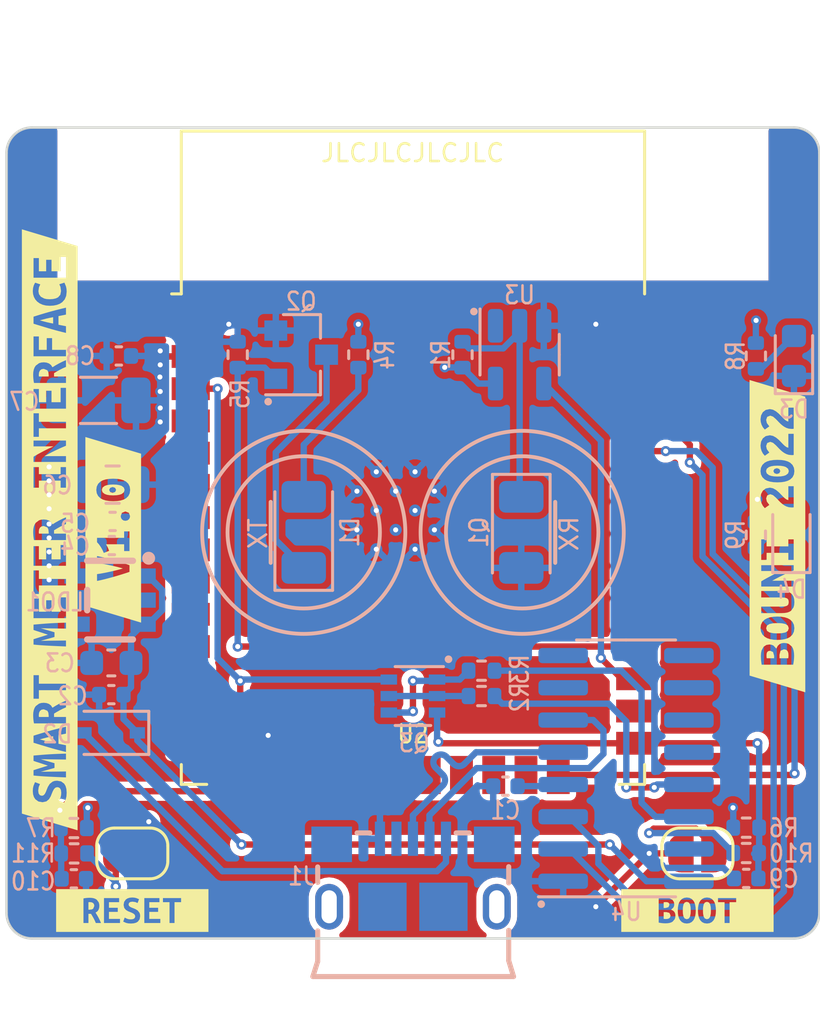
<source format=kicad_pcb>
(kicad_pcb (version 20221018) (generator pcbnew)
  (layers (0 "F.Cu" signal) (31 "B.Cu" signal) (34 "B.Paste" user) (35 "F.Paste" user) (36 "B.SilkS" user "B.Silkscreen") (37 "F.SilkS" user "F.Silkscreen") (38 "B.Mask" user) (39 "F.Mask" user) (44 "Edge.Cuts" user))
  (net 0 "")
  (net 1 "Net-(Q1-C)")
  (net 2 "GND")
  (net 3 "Net-(D1-K)")
  (net 4 "+3V3")
  (net 5 "Net-(D1-A)")
  (net 6 "BLINK")
  (net 7 "+5V")
  (net 8 "RX")
  (net 9 "Net-(U4-V3)")
  (net 10 "Net-(JP1-B)")
  (net 11 "Net-(D2-A)")
  (net 12 "Net-(D3-A)")
  (net 13 "IO2")
  (net 14 "Net-(D4-A)")
  (net 16 "RTS")
  (net 17 "DTR")
  (net 18 "IO0")
  (net 19 "EN")
  (net 20 "Net-(U4-~{DTR})")
  (net 21 "Net-(U4-~{RTS})")
  (net 23 "RXD0")
  (net 24 "TXD0")
  (net 60 "Net-(JP2-B)")
  (net 61 "/D-")
  (net 62 "/D+")
  (footprint "RF_Module:ESP32-WROOM-32" (layer "F.Cu") (at 56 56)
    (fp_text reference "U2" (at 0 7.9 180) (layer "F.SilkS") (effects (font (size 0.7 0.6) (thickness 0.1))))
    (fp_text value "ESP32-WROOM-32")
    (pad "1" smd rect locked (at -8.75 -8.25) (size 1.5 0.9) (layers "F.Cu" "F.Paste" "F.Mask") (net 2 "GND"))
    (pad "2" smd rect locked (at -8.75 -6.98) (size 1.5 0.9) (layers "F.Cu" "F.Paste" "F.Mask") (net 4 "+3V3"))
    (pad "3" smd rect locked (at -8.75 -5.71) (size 1.5 0.9) (layers "F.Cu" "F.Paste" "F.Mask") (net 19 "EN"))
    (pad "4" smd rect locked (at -8.75 -4.44) (size 1.5 0.9) (layers "F.Cu" "F.Paste" "F.Mask"))
    (pad "5" smd rect locked (at -8.75 -3.17) (size 1.5 0.9) (layers "F.Cu" "F.Paste" "F.Mask"))
    (pad "6" smd rect locked (at -8.75 -1.9) (size 1.5 0.9) (layers "F.Cu" "F.Paste" "F.Mask"))
    (pad "7" smd rect locked (at -8.75 -0.63) (size 1.5 0.9) (layers "F.Cu" "F.Paste" "F.Mask"))
    (pad "8" smd rect locked (at -8.75 0.64) (size 1.5 0.9) (layers "F.Cu" "F.Paste" "F.Mask"))
    (pad "9" smd rect locked (at -8.75 1.91) (size 1.5 0.9) (layers "F.Cu" "F.Paste" "F.Mask"))
    (pad "10" smd rect locked (at -8.75 3.18) (size 1.5 0.9) (layers "F.Cu" "F.Paste" "F.Mask"))
    (pad "11" smd rect locked (at -8.75 4.45) (size 1.5 0.9) (layers "F.Cu" "F.Paste" "F.Mask"))
    (pad "12" smd rect locked (at -8.75 5.72) (size 1.5 0.9) (layers "F.Cu" "F.Paste" "F.Mask"))
    (pad "13" smd rect locked (at -8.75 6.99) (size 1.5 0.9) (layers "F.Cu" "F.Paste" "F.Mask"))
    (pad "14" smd rect locked (at -8.75 8.26) (size 1.5 0.9) (layers "F.Cu" "F.Paste" "F.Mask"))
    (pad "15" smd rect locked (at -5.71 9.51 90) (size 1.5 0.9) (layers "F.Cu" "F.Paste" "F.Mask") (net 2 "GND"))
    (pad "16" smd rect locked (at -4.44 9.51 90) (size 1.5 0.9) (layers "F.Cu" "F.Paste" "F.Mask"))
    (pad "17" smd rect locked (at -3.17 9.51 90) (size 1.5 0.9) (layers "F.Cu" "F.Paste" "F.Mask"))
    (pad "18" smd rect locked (at -1.9 9.51 90) (size 1.5 0.9) (layers "F.Cu" "F.Paste" "F.Mask"))
    (pad "19" smd rect locked (at -0.63 9.51 90) (size 1.5 0.9) (layers "F.Cu" "F.Paste" "F.Mask"))
    (pad "20" smd rect locked (at 0.64 9.51 90) (size 1.5 0.9) (layers "F.Cu" "F.Paste" "F.Mask"))
    (pad "21" smd rect locked (at 1.91 9.51 90) (size 1.5 0.9) (layers "F.Cu" "F.Paste" "F.Mask"))
    (pad "22" smd rect locked (at 3.18 9.51 90) (size 1.5 0.9) (layers "F.Cu" "F.Paste" "F.Mask"))
    (pad "23" smd rect locked (at 4.45 9.51 90) (size 1.5 0.9) (layers "F.Cu" "F.Paste" "F.Mask"))
    (pad "24" smd rect locked (at 5.72 9.51 90) (size 1.5 0.9) (layers "F.Cu" "F.Paste" "F.Mask") (net 13 "IO2"))
    (pad "25" smd rect locked (at 8.75 8.26) (size 1.5 0.9) (layers "F.Cu" "F.Paste" "F.Mask") (net 18 "IO0"))
    (pad "26" smd rect locked (at 8.75 6.99) (size 1.5 0.9) (layers "F.Cu" "F.Paste" "F.Mask"))
    (pad "27" smd rect locked (at 8.75 5.72) (size 1.5 0.9) (layers "F.Cu" "F.Paste" "F.Mask") (net 8 "RX"))
    (pad "28" smd rect locked (at 8.75 4.45) (size 1.5 0.9) (layers "F.Cu" "F.Paste" "F.Mask") (net 6 "BLINK"))
    (pad "29" smd rect locked (at 8.75 3.18) (size 1.5 0.9) (layers "F.Cu" "F.Paste" "F.Mask"))
    (pad "30" smd rect locked (at 8.75 1.91) (size 1.5 0.9) (layers "F.Cu" "F.Paste" "F.Mask"))
    (pad "31" smd rect locked (at 8.75 0.64) (size 1.5 0.9) (layers "F.Cu" "F.Paste" "F.Mask"))
    (pad "32" smd rect locked (at 8.75 -0.63) (size 1.5 0.9) (layers "F.Cu" "F.Paste" "F.Mask"))
    (pad "33" smd rect locked (at 8.75 -1.9) (size 1.5 0.9) (layers "F.Cu" "F.Paste" "F.Mask"))
    (pad "34" smd rect locked (at 8.75 -3.17) (size 1.5 0.9) (layers "F.Cu" "F.Paste" "F.Mask") (net 23 "RXD0"))
    (pad "35" smd rect locked (at 8.75 -4.44) (size 1.5 0.9) (layers "F.Cu" "F.Paste" "F.Mask") (net 24 "TXD0"))
    (pad "36" smd rect locked (at 8.75 -5.71) (size 1.5 0.9) (layers "F.Cu" "F.Paste" "F.Mask"))
    (pad "37" smd rect locked (at 8.75 -6.98) (size 1.5 0.9) (layers "F.Cu" "F.Paste" "F.Mask"))
    (pad "38" smd rect locked (at 8.75 -8.25) (size 1.5 0.9) (layers "F.Cu" "F.Paste" "F.Mask") (net 2 "GND"))
    (pad "39" smd rect locked (at -2.205 -2.435) (size 1.05 1.05) (layers "F.Cu" "F.Paste") (net 2 "GND"))
    (pad "39" thru_hole circle locked (at -2.205 -1.6725) (size 0.475 0.475) (drill 0.2) (layers *.Cu "F.Mask") (net 2 "GND"))
    (pad "39" smd rect locked (at -2.205 -0.91) (size 1.05 1.05) (layers "F.Cu" "F.Paste") (net 2 "GND"))
    (pad "39" thru_hole circle locked (at -2.205 -0.1475) (size 0.475 0.475) (drill 0.2) (layers *.Cu "F.Mask") (net 2 "GND"))
    (pad "39" smd rect locked (at -2.205 0.615) (size 1.05 1.05) (layers "F.Cu" "F.Paste") (net 2 "GND"))
    (pad "39" thru_hole circle locked (at -1.4425 -2.435) (size 0.475 0.475) (drill 0.2) (layers *.Cu "F.Mask") (net 2 "GND"))
    (pad "39" thru_hole circle locked (at -1.4425 -0.91) (size 0.475 0.475) (drill 0.2) (layers *.Cu "F.Mask") (net 2 "GND"))
    (pad "39" thru_hole circle locked (at -1.4425 0.615) (size 0.475 0.475) (drill 0.2) (layers *.Cu "F.Mask") (net 2 "GND"))
    (pad "39" smd rect locked (at -0.68 -2.435) (size 1.05 1.05) (layers "F.Cu" "F.Paste") (net 2 "GND"))
    (pad "39" thru_hole circle locked (at -0.68 -1.6725) (size 0.475 0.475) (drill 0.2) (layers *.Cu "F.Mask") (net 2 "GND"))
    (pad "39" smd rect locked (at -0.68 -0.91) (size 1.05 1.05) (layers "F.Cu" "F.Paste") (net 2 "GND"))
    (pad "39" smd rect locked (at -0.68 -0.91) (size 4.2 4.2) (layers "F.Cu" "F.Mask") (net 2 "GND"))
    (pad "39" thru_hole circle locked (at -0.68 -0.1475) (size 0.475 0.475) (drill 0.2) (layers *.Cu "F.Mask") (net 2 "GND"))
    (pad "39" smd rect locked (at -0.68 0.615) (size 1.05 1.05) (layers "F.Cu" "F.Paste") (net 2 "GND"))
    (pad "39" thru_hole circle locked (at 0.0825 -2.435) (size 0.475 0.475) (drill 0.2) (layers *.Cu "F.Mask") (net 2 "GND"))
    (pad "39" thru_hole circle locked (at 0.0825 -0.91) (size 0.475 0.475) (drill 0.2) (layers *.Cu "F.Mask") (net 2 "GND"))
    (pad "39" thru_hole circle locked (at 0.0825 0.615) (size 0.475 0.475) (drill 0.2) (layers *.Cu "F.Mask") (net 2 "GND"))
    (pad "39" smd rect locked (at 0.845 -2.435) (size 1.05 1.05) (layers "F.Cu" "F.Paste") (net 2 "GND"))
    (pad "39" thru_hole circle locked (at 0.845 -1.6725) (size 0.475 0.475) (drill 0.2) (layers *.Cu "F.Mask") (net 2 "GND"))
    (pad "39" smd rect locked (at 0.845 -0.91) (size 1.05 1.05) (layers "F.Cu" "F.Paste") (net 2 "GND"))
    (pad "39" thru_hole circle locked (at 0.845 -0.1475) (size 0.475 0.475) (drill 0.2) (layers *.Cu "F.Mask") (net 2 "GND"))
    (pad "39" smd rect locked (at 0.845 0.615) (size 1.05 1.05) (layers "F.Cu" "F.Paste") (net 2 "GND"))
    (zone (net 0) (net_name "") (layers *.Cu) (connect_pads (clearance 0)) (min_thickness 0.254)
      (keepout (tracks not_allowed) (vias not_allowed) (pads not_allowed) (copperpour not_allowed) (footprints not_allowed))
      (fill (thermal_gap 0.508) (thermal_bridge_width 0.508))
      (polygon (pts (xy 42 46.03) (xy 70 46.03) (xy 70 35.25) (xy 42 35.25)))
    )
  )
  (footprint "Jumper:SolderJumper-2_P1.3mm_Open_RoundedPad1.0x1.5mm" (layer "F.Cu") (at 44.95 68.6 180)
    (fp_text reference "JP2" hide)
    (fp_text value "BOOT")
    (pad "1" smd custom (at -0.65 0 180) (size 1 0.5) (layers "F.Cu" "F.Mask") (net 2 "GND") (options (clearance outline) (anchor rect)) (primitives (gr_circle (center 0 0.25) (end 0.5 0.25) (width 0) (fill yes)) (gr_circle (center 0 -0.25) (end 0.5 -0.25) (width 0) (fill yes)) (gr_poly (pts (xy 0.5 0.75) (xy 0 0.75) (xy 0 -0.75) (xy 0.5 -0.75)) (width 0) (fill yes))))
    (pad "2" smd custom (at 0.65 0 180) (size 1 0.5) (layers "F.Cu" "F.Mask") (net 60 "Net-(JP2-B)") (options (clearance outline) (anchor rect)) (primitives (gr_circle (center 0 0.25) (end 0.5 0.25) (width 0) (fill yes)) (gr_circle (center 0 -0.25) (end 0.5 -0.25) (width 0) (fill yes)) (gr_poly (pts (xy 0 0.75) (xy -0.5 0.75) (xy -0.5 -0.75) (xy 0 -0.75)) (width 0) (fill yes))))
  )
  (footprint "Jumper:SolderJumper-2_P1.3mm_Open_RoundedPad1.0x1.5mm" (layer "F.Cu") (at 67.2 68.6)
    (fp_text reference "JP1" hide)
    (fp_text value "RESET")
    (pad "1" smd custom (at -0.65 0) (size 1 0.5) (layers "F.Cu" "F.Mask") (net 2 "GND") (options (clearance outline) (anchor rect)) (primitives (gr_circle (center 0 0.25) (end 0.5 0.25) (width 0) (fill yes)) (gr_circle (center 0 -0.25) (end 0.5 -0.25) (width 0) (fill yes)) (gr_poly (pts (xy 0.5 0.75) (xy 0 0.75) (xy 0 -0.75) (xy 0.5 -0.75)) (width 0) (fill yes))))
    (pad "2" smd custom (at 0.65 0) (size 1 0.5) (layers "F.Cu" "F.Mask") (net 10 "Net-(JP1-B)") (options (clearance outline) (anchor rect)) (primitives (gr_circle (center 0 0.25) (end 0.5 0.25) (width 0) (fill yes)) (gr_circle (center 0 -0.25) (end 0.5 -0.25) (width 0) (fill yes)) (gr_poly (pts (xy 0 0.75) (xy -0.5 0.75) (xy -0.5 -0.75) (xy 0 -0.75)) (width 0) (fill yes))))
  )
  (footprint "kibuzzard-635BBB9A" (layer "F.Cu") (at 67.2 70.85)
    (fp_text reference "kibuzzard-635BBB9A" hide)
    (fp_text value "G***" hide)
  )
  (footprint "kibuzzard-635BBB71" (layer "F.Cu") (at 44.2 55.85 90)
    (fp_text reference "kibuzzard-635BBB71" hide)
    (fp_text value "G***" hide)
  )
  (footprint "kibuzzard-635BBBA9" (layer "F.Cu") (at 44.95 70.85)
    (fp_text reference "kibuzzard-635BBBA9" hide)
    (fp_text value "G***" hide)
  )
  (footprint "kibuzzard-635BBB2F" (layer "F.Cu") (at 41.7 55.85 90)
    (fp_text reference "kibuzzard-635BBB2F" hide)
    (fp_text value "G***" hide)
  )
  (footprint "kibuzzard-635BBB3D" (layer "F.Cu") (at 70.35 56.1 90)
    (fp_text reference "kibuzzard-635BBB3D" hide)
    (fp_text value "G***" hide)
  )
  (footprint "Capacitor_SMD:C_0402_1005Metric" (layer "B.Cu") (at 44.175 55.52)
    (fp_text reference "C5" (at -1.475 0.08 180) (layer "B.SilkS") (effects (font (size 0.7 0.6) (thickness 0.1)) (justify mirror)))
    (fp_text value "1uF")
    (pad "1" smd roundrect (at -0.48 0) (size 0.56 0.62) (layers "B.Cu" "B.Paste" "B.Mask") (net 4 "+3V3"))
    (pad "2" smd roundrect (at 0.48 0) (size 0.56 0.62) (layers "B.Cu" "B.Paste" "B.Mask") (net 2 "GND"))
  )
  (footprint "LCSC:SOT-23-5_L3.0-W1.7-P0.95-LS2.8-BR" (layer "B.Cu") (at 44.075 58.62)
    (fp_text reference "LDO1" (at -2.175 0.08 180) (layer "B.SilkS") (effects (font (size 0.7 0.6) (thickness 0.1)) (justify mirror)))
    (fp_text value "ME6211C33M5G-N")
    (pad "1" smd rect (at 1.3 -0.95) (size 1 0.6) (layers "B.Cu" "B.Paste" "B.Mask") (net 7 "+5V"))
    (pad "2" smd rect (at 1.3 0) (size 1 0.6) (layers "B.Cu" "B.Paste" "B.Mask") (net 2 "GND"))
    (pad "3" smd rect (at 1.3 0.95) (size 1 0.6) (layers "B.Cu" "B.Paste" "B.Mask") (net 7 "+5V"))
    (pad "4" smd rect (at -1.3 0.95) (size 1 0.6) (layers "B.Cu" "B.Paste" "B.Mask"))
    (pad "5" smd rect (at -1.3 -0.95) (size 1 0.6) (layers "B.Cu" "B.Paste" "B.Mask") (net 4 "+3V3"))
  )
  (footprint "Capacitor_SMD:C_0402_1005Metric" (layer "B.Cu") (at 42.65 69.6 180)
    (fp_text reference "C10" (at 1.6 -0.1) (layer "B.SilkS") (effects (font (size 0.7 0.6) (thickness 0.1)) (justify mirror)))
    (fp_text value "1nF")
    (pad "1" smd roundrect (at -0.48 0 180) (size 0.56 0.62) (layers "B.Cu" "B.Paste" "B.Mask") (net 2 "GND"))
    (pad "2" smd roundrect (at 0.48 0 180) (size 0.56 0.62) (layers "B.Cu" "B.Paste" "B.Mask") (net 19 "EN"))
  )
  (footprint "Resistor_SMD:R_0402_1005Metric" (layer "B.Cu") (at 58.7 61.4 180)
    (fp_text reference "R3" (at -1.5 0.05 90) (layer "B.SilkS") (effects (font (size 0.7 0.6) (thickness 0.1)) (justify mirror)))
    (fp_text value "1K")
    (pad "1" smd roundrect (at -0.51 0 180) (size 0.54 0.64) (layers "B.Cu" "B.Paste" "B.Mask") (net 21 "Net-(U4-~{RTS})"))
    (pad "2" smd roundrect (at 0.51 0 180) (size 0.54 0.64) (layers "B.Cu" "B.Paste" "B.Mask") (net 16 "RTS"))
  )
  (footprint "LED_SMD:LED_0603_1608Metric" (layer "B.Cu") (at 71 49 90)
    (fp_text reference "D3" (at -2.1 0 180) (layer "B.SilkS") (effects (font (size 0.7 0.6) (thickness 0.1)) (justify mirror)))
    (fp_text value "LED")
    (pad "1" smd roundrect (at -0.7875 0 90) (size 0.875 0.95) (layers "B.Cu" "B.Paste" "B.Mask") (net 2 "GND"))
    (pad "2" smd roundrect (at 0.7875 0 90) (size 0.875 0.95) (layers "B.Cu" "B.Paste" "B.Mask") (net 12 "Net-(D3-A)"))
  )
  (footprint "Capacitor_SMD:C_0402_1005Metric" (layer "B.Cu") (at 44.145 56.47)
    (fp_text reference "C4" (at -1.445 0.03 180) (layer "B.SilkS") (effects (font (size 0.7 0.6) (thickness 0.1)) (justify mirror)))
    (fp_text value "0.1uF")
    (pad "1" smd roundrect (at -0.48 0) (size 0.56 0.62) (layers "B.Cu" "B.Paste" "B.Mask") (net 4 "+3V3"))
    (pad "2" smd roundrect (at 0.48 0) (size 0.56 0.62) (layers "B.Cu" "B.Paste" "B.Mask") (net 2 "GND"))
  )
  (footprint "Resistor_SMD:R_0402_1005Metric" (layer "B.Cu") (at 69.5 56.05 -90)
    (fp_text reference "R9" (at 0 0.8 90) (layer "B.SilkS") (effects (font (size 0.7 0.6) (thickness 0.1)) (justify mirror)))
    (fp_text value "1k")
    (pad "1" smd roundrect (at -0.51 0 270) (size 0.54 0.64) (layers "B.Cu" "B.Paste" "B.Mask") (net 4 "+3V3"))
    (pad "2" smd roundrect (at 0.51 0 270) (size 0.54 0.64) (layers "B.Cu" "B.Paste" "B.Mask") (net 14 "Net-(D4-A)"))
  )
  (footprint "LED_SMD:LED_1206_3216Metric" (layer "B.Cu") (at 60.265 55.95 -90)
    (fp_text reference "Q1" (at 0 1.665 90) (layer "B.SilkS") (effects (font (size 0.7 0.6) (thickness 0.1)) (justify mirror)))
    (fp_text value "PT26-21B/TR8")
    (pad "1" smd roundrect locked (at -1.4 0 270) (size 1.25 1.75) (layers "B.Cu" "B.Paste" "B.Mask") (roundrect_rratio 0.2) (net 1 "Net-(Q1-C)"))
    (pad "2" smd roundrect locked (at 1.4 0 270) (size 1.25 1.75) (layers "B.Cu" "B.Paste" "B.Mask") (roundrect_rratio 0.2) (net 2 "GND"))
  )
  (footprint "Capacitor_SMD:C_1206_3216Metric" (layer "B.Cu") (at 43.62 50.75 180)
    (fp_text reference "C7" (at 2.92 -0.05) (layer "B.SilkS") (effects (font (size 0.7 0.6) (thickness 0.1)) (justify mirror)))
    (fp_text value "100uF")
    (pad "1" smd roundrect (at -1.475 0 180) (size 1.15 1.8) (layers "B.Cu" "B.Paste" "B.Mask") (roundrect_rratio 0.2173913043) (net 4 "+3V3"))
    (pad "2" smd roundrect (at 1.475 0 180) (size 1.15 1.8) (layers "B.Cu" "B.Paste" "B.Mask") (roundrect_rratio 0.2173913043) (net 2 "GND"))
  )
  (footprint "Package_TO_SOT_SMD:SOT-23" (layer "B.Cu") (at 51.6 48.95)
    (fp_text reference "Q2" (at 0 -2.1 180) (layer "B.SilkS") (effects (font (size 0.7 0.6) (thickness 0.1)) (justify mirror)))
    (fp_text value "AO3400A")
    (pad "1" smd rect (at -1 0.95) (size 0.9 0.8) (layers "B.Cu" "B.Paste" "B.Mask") (net 6 "BLINK"))
    (pad "2" smd rect (at -1 -0.95) (size 0.9 0.8) (layers "B.Cu" "B.Paste" "B.Mask") (net 2 "GND"))
    (pad "3" smd rect (at 1 0) (size 0.9 0.8) (layers "B.Cu" "B.Paste" "B.Mask") (net 3 "Net-(D1-K)"))
  )
  (footprint "Resistor_SMD:R_0402_1005Metric" (layer "B.Cu") (at 69.12 67.585)
    (fp_text reference "R6" (at 1.48 0.015 180) (layer "B.SilkS") (effects (font (size 0.7 0.6) (thickness 0.1)) (justify mirror)))
    (fp_text value "10k")
    (pad "1" smd roundrect (at -0.51 0) (size 0.54 0.64) (layers "B.Cu" "B.Paste" "B.Mask") (net 4 "+3V3"))
    (pad "2" smd roundrect (at 0.51 0) (size 0.54 0.64) (layers "B.Cu" "B.Paste" "B.Mask") (net 18 "IO0"))
  )
  (footprint "Capacitor_SMD:C_0402_1005Metric" (layer "B.Cu") (at 59.64 65.95)
    (fp_text reference "C1" (at 0 0.95) (layer "B.SilkS") (effects (font (size 0.7 0.6) (thickness 0.1)) (justify mirror)))
    (fp_text value "0.1uF")
    (pad "1" smd roundrect (at -0.48 0) (size 0.56 0.62) (layers "B.Cu" "B.Paste" "B.Mask") (net 2 "GND"))
    (pad "2" smd roundrect (at 0.48 0) (size 0.56 0.62) (layers "B.Cu" "B.Paste" "B.Mask") (net 9 "Net-(U4-V3)"))
  )
  (footprint "LED_SMD:LED_0603_1608Metric" (layer "B.Cu") (at 70.9 56.05 90)
    (fp_text reference "D4" (at -2.15 0 180) (layer "B.SilkS") (effects (font (size 0.7 0.6) (thickness 0.1)) (justify mirror)))
    (fp_text value "LED")
    (pad "1" smd roundrect (at -0.7875 0 90) (size 0.875 0.95) (layers "B.Cu" "B.Paste" "B.Mask") (net 13 "IO2"))
    (pad "2" smd roundrect (at 0.7875 0 90) (size 0.875 0.95) (layers "B.Cu" "B.Paste" "B.Mask") (net 14 "Net-(D4-A)"))
  )
  (footprint "Resistor_SMD:R_0402_1005Metric" (layer "B.Cu") (at 69.12 68.585)
    (fp_text reference "R10" (at 1.78 0.015) (layer "B.SilkS") (effects (font (size 0.7 0.6) (thickness 0.1)) (justify mirror)))
    (fp_text value "220")
    (pad "1" smd roundrect (at -0.51 0) (size 0.54 0.64) (layers "B.Cu" "B.Paste" "B.Mask") (net 10 "Net-(JP1-B)"))
    (pad "2" smd roundrect (at 0.51 0) (size 0.54 0.64) (layers "B.Cu" "B.Paste" "B.Mask") (net 18 "IO0"))
  )
  (footprint "Resistor_SMD:R_0402_1005Metric" (layer "B.Cu") (at 42.65 67.6 180)
    (fp_text reference "R7" (at 1.3 0) (layer "B.SilkS") (effects (font (size 0.7 0.6) (thickness 0.1)) (justify mirror)))
    (fp_text value "10k")
    (pad "1" smd roundrect (at -0.51 0 180) (size 0.54 0.64) (layers "B.Cu" "B.Paste" "B.Mask") (net 4 "+3V3"))
    (pad "2" smd roundrect (at 0.51 0 180) (size 0.54 0.64) (layers "B.Cu" "B.Paste" "B.Mask") (net 19 "EN"))
  )
  (footprint "Capacitor_SMD:C_0402_1005Metric" (layer "B.Cu") (at 44.125 62.345 180)
    (fp_text reference "C2" (at 1.525 -0.055) (layer "B.SilkS") (effects (font (size 0.7 0.6) (thickness 0.1)) (justify mirror)))
    (fp_text value "1uF")
    (pad "1" smd roundrect (at -0.48 0 180) (size 0.56 0.62) (layers "B.Cu" "B.Paste" "B.Mask") (net 7 "+5V"))
    (pad "2" smd roundrect (at 0.48 0 180) (size 0.56 0.62) (layers "B.Cu" "B.Paste" "B.Mask") (net 2 "GND"))
  )
  (footprint "Capacitor_SMD:C_0805_2012Metric" (layer "B.Cu") (at 44.175 54.07)
    (fp_text reference "C6" (at -2.175 0.03 180) (layer "B.SilkS") (effects (font (size 0.7 0.6) (thickness 0.1)) (justify mirror)))
    (fp_text value "47uF")
    (pad "1" smd roundrect (at -0.95 0) (size 1 1.45) (layers "B.Cu" "B.Paste" "B.Mask") (net 4 "+3V3"))
    (pad "2" smd roundrect (at 0.95 0) (size 1 1.45) (layers "B.Cu" "B.Paste" "B.Mask") (net 2 "GND"))
  )
  (footprint "LED_SMD:LED_1206_3216Metric" (layer "B.Cu") (at 51.7 55.95 90)
    (fp_text reference "D1" (at 0 1.82 90) (layer "B.SilkS") (effects (font (size 0.7 0.6) (thickness 0.1)) (justify mirror)))
    (fp_text value "IR26-21C/L110/CT")
    (pad "1" smd roundrect locked (at -1.4 0 90) (size 1.25 1.75) (layers "B.Cu" "B.Paste" "B.Mask") (roundrect_rratio 0.2) (net 3 "Net-(D1-K)"))
    (pad "2" smd roundrect locked (at 1.4 0 90) (size 1.25 1.75) (layers "B.Cu" "B.Paste" "B.Mask") (roundrect_rratio 0.2) (net 5 "Net-(D1-A)"))
  )
  (footprint "Package_TO_SOT_SMD:SOT-23-5" (layer "B.Cu") (at 60.2 48.95 -90)
    (fp_text reference "U3" (at -2.35 0) (layer "B.SilkS") (effects (font (size 0.7 0.6) (thickness 0.1)) (justify mirror)))
    (fp_text value "74LVC1G17DBVR")
    (pad "1" smd roundrect (at -1.1375 0.95 270) (size 1.325 0.6) (layers "B.Cu" "B.Paste" "B.Mask"))
    (pad "2" smd roundrect (at -1.1375 0 270) (size 1.325 0.6) (layers "B.Cu" "B.Paste" "B.Mask") (net 1 "Net-(Q1-C)"))
    (pad "3" smd roundrect (at -1.1375 -0.95 270) (size 1.325 0.6) (layers "B.Cu" "B.Paste" "B.Mask") (net 2 "GND"))
    (pad "4" smd roundrect (at 1.1375 -0.95 270) (size 1.325 0.6) (layers "B.Cu" "B.Paste" "B.Mask") (net 8 "RX"))
    (pad "5" smd roundrect (at 1.1375 0.95 270) (size 1.325 0.6) (layers "B.Cu" "B.Paste" "B.Mask") (net 4 "+3V3"))
  )
  (footprint "Capacitor_SMD:C_0402_1005Metric" (layer "B.Cu") (at 44.42 49 180)
    (fp_text reference "C8" (at 1.52 0) (layer "B.SilkS") (effects (font (size 0.7 0.6) (thickness 0.1)) (justify mirror)))
    (fp_text value "1uF")
    (pad "1" smd roundrect (at -0.48 0 180) (size 0.56 0.62) (layers "B.Cu" "B.Paste" "B.Mask") (net 4 "+3V3"))
    (pad "2" smd roundrect (at 0.48 0 180) (size 0.56 0.62) (layers "B.Cu" "B.Paste" "B.Mask") (net 2 "GND"))
  )
  (footprint "Resistor_SMD:R_0402_1005Metric" (layer "B.Cu") (at 42.66 68.6 180)
    (fp_text reference "R11" (at 1.61 0) (layer "B.SilkS") (effects (font (size 0.7 0.6) (thickness 0.1)) (justify mirror)))
    (fp_text value "220")
    (pad "1" smd roundrect (at -0.51 0 180) (size 0.54 0.64) (layers "B.Cu" "B.Paste" "B.Mask") (net 60 "Net-(JP2-B)"))
    (pad "2" smd roundrect (at 0.51 0 180) (size 0.54 0.64) (layers "B.Cu" "B.Paste" "B.Mask") (net 19 "EN"))
  )
  (footprint "Resistor_SMD:R_0402_1005Metric" (layer "B.Cu") (at 53.85 48.95 -90)
    (fp_text reference "R4" (at 0 -1.05 90) (layer "B.SilkS") (effects (font (size 0.7 0.6) (thickness 0.1)) (justify mirror)))
    (fp_text value "100")
    (pad "1" smd roundrect (at -0.51 0 270) (size 0.54 0.64) (layers "B.Cu" "B.Paste" "B.Mask") (net 4 "+3V3"))
    (pad "2" smd roundrect (at 0.51 0 270) (size 0.54 0.64) (layers "B.Cu" "B.Paste" "B.Mask") (net 5 "Net-(D1-A)"))
  )
  (footprint "Capacitor_SMD:C_0603_1608Metric" (layer "B.Cu") (at 44.125 61.095 180)
    (fp_text reference "C3" (at 2.025 -0.005) (layer "B.SilkS") (effects (font (size 0.7 0.6) (thickness 0.1)) (justify mirror)))
    (fp_text value "10uF")
    (pad "1" smd roundrect (at -0.775 0 180) (size 0.9 0.95) (layers "B.Cu" "B.Paste" "B.Mask") (net 7 "+5V"))
    (pad "2" smd roundrect (at 0.775 0 180) (size 0.9 0.95) (layers "B.Cu" "B.Paste" "B.Mask") (net 2 "GND"))
  )
  (footprint "Resistor_SMD:R_0402_1005Metric" (layer "B.Cu") (at 57.95 48.95 90)
    (fp_text reference "R1" (at 0 -0.85 90) (layer "B.SilkS") (effects (font (size 0.7 0.6) (thickness 0.1)) (justify mirror)))
    (fp_text value "10k")
    (pad "1" smd roundrect (at -0.51 0 90) (size 0.54 0.64) (layers "B.Cu" "B.Paste" "B.Mask") (net 4 "+3V3"))
    (pad "2" smd roundrect (at 0.51 0 90) (size 0.54 0.64) (layers "B.Cu" "B.Paste" "B.Mask") (net 1 "Net-(Q1-C)"))
  )
  (footprint "Resistor_SMD:R_0402_1005Metric" (layer "B.Cu") (at 69.5 49 -90)
    (fp_text reference "R8" (at 0 0.8 90) (layer "B.SilkS") (effects (font (size 0.7 0.6) (thickness 0.1)) (justify mirror)))
    (fp_text value "1k")
    (pad "1" smd roundrect (at -0.51 0 270) (size 0.54 0.64) (layers "B.Cu" "B.Paste" "B.Mask") (net 4 "+3V3"))
    (pad "2" smd roundrect (at 0.51 0 270) (size 0.54 0.64) (layers "B.Cu" "B.Paste" "B.Mask") (net 12 "Net-(D3-A)"))
  )
  (footprint "Package_SO:SOIC-16_3.9x9.9mm_P1.27mm" (layer "B.Cu") (at 64.39 65.25)
    (fp_text reference "U4" (at 0.01 5.65) (layer "B.SilkS") (effects (font (size 0.7 0.6) (thickness 0.1)) (justify mirror)))
    (fp_text value "CH340C")
    (pad "1" smd roundrect (at -2.475 4.445) (size 1.95 0.6) (layers "B.Cu" "B.Paste" "B.Mask") (net 2 "GND"))
    (pad "2" smd roundrect (at -2.475 3.175) (size 1.95 0.6) (layers "B.Cu" "B.Paste" "B.Mask") (net 23 "RXD0"))
    (pad "3" smd roundrect (at -2.475 1.905) (size 1.95 0.6) (layers "B.Cu" "B.Paste" "B.Mask") (net 24 "TXD0"))
    (pad "4" smd roundrect (at -2.475 0.635) (size 1.95 0.6) (layers "B.Cu" "B.Paste" "B.Mask") (net 9 "Net-(U4-V3)"))
    (pad "5" smd roundrect (at -2.475 -0.635) (size 1.95 0.6) (layers "B.Cu" "B.Paste" "B.Mask") (net 62 "/D+"))
    (pad "6" smd roundrect (at -2.475 -1.905) (size 1.95 0.6) (layers "B.Cu" "B.Paste" "B.Mask") (net 61 "/D-"))
    (pad "7" smd roundrect (at -2.475 -3.175) (size 1.95 0.6) (layers "B.Cu" "B.Paste" "B.Mask"))
    (pad "8" smd roundrect (at -2.475 -4.445) (size 1.95 0.6) (layers "B.Cu" "B.Paste" "B.Mask"))
    (pad "9" smd roundrect (at 2.475 -4.445) (size 1.95 0.6) (layers "B.Cu" "B.Paste" "B.Mask"))
    (pad "10" smd roundrect (at 2.475 -3.175) (size 1.95 0.6) (layers "B.Cu" "B.Paste" "B.Mask"))
    (pad "11" smd roundrect (at 2.475 -1.905) (size 1.95 0.6) (layers "B.Cu" "B.Paste" "B.Mask"))
    (pad "12" smd roundrect (at 2.475 -0.635) (size 1.95 0.6) (layers "B.Cu" "B.Paste" "B.Mask"))
    (pad "13" smd roundrect (at 2.475 0.635) (size 1.95 0.6) (layers "B.Cu" "B.Paste" "B.Mask") (net 20 "Net-(U4-~{DTR})"))
    (pad "14" smd roundrect (at 2.475 1.905) (size 1.95 0.6) (layers "B.Cu" "B.Paste" "B.Mask") (net 21 "Net-(U4-~{RTS})"))
    (pad "15" smd roundrect (at 2.475 3.175) (size 1.95 0.6) (layers "B.Cu" "B.Paste" "B.Mask"))
    (pad "16" smd roundrect (at 2.475 4.445) (size 1.95 0.6) (layers "B.Cu" "B.Paste" "B.Mask") (net 7 "+5V"))
  )
  (footprint "LCSC:MICRO-USB-SMD_10118193-0001LF" (layer "B.Cu") (at 56 69.3625 180)
    (fp_text reference "J1" (at 4.4 -0.1375) (layer "B.SilkS") (effects (font (size 0.7 0.6) (thickness 0.1)) (justify mirror)))
    (fp_text value "USB_B_Micro")
    (pad "1" smd rect (at -1.3 1.34 180) (size 0.4 1.35) (layers "B.Cu" "B.Paste" "B.Mask") (net 11 "Net-(D2-A)"))
    (pad "2" smd rect (at -0.65 1.34 180) (size 0.4 1.35) (layers "B.Cu" "B.Paste" "B.Mask") (net 61 "/D-"))
    (pad "3" smd rect (at 0 1.34 180) (size 0.4 1.35) (layers "B.Cu" "B.Paste" "B.Mask") (net 62 "/D+"))
    (pad "4" smd rect (at 0.65 1.34 180) (size 0.4 1.35) (layers "B.Cu" "B.Paste" "B.Mask"))
    (pad "5" smd rect (at 1.3 1.34 180) (size 0.4 1.35) (layers "B.Cu" "B.Paste" "B.Mask") (net 2 "GND"))
    (pad "6" thru_hole oval (at -3.3 -1.34 180) (size 1.1 1.8) (drill oval 0.599999 1.299997) (layers *.Cu *.Paste *.Mask))
    (pad "6" thru_hole oval (at 3.3 -1.34 180) (size 1.1 1.8) (drill oval 0.599999 1.299997) (layers *.Cu *.Paste *.Mask))
    (pad "7" smd rect (at -3.2 1.12) (size 1.6 1.4) (layers "B.Cu" "B.Paste" "B.Mask"))
    (pad "7" smd rect (at -1.2 -1.34) (size 1.9 1.9) (layers "B.Cu" "B.Paste" "B.Mask"))
    (pad "8" smd rect (at 1.2 -1.34) (size 1.9 1.9) (layers "B.Cu" "B.Paste" "B.Mask"))
    (pad "8" smd rect (at 3.2 1.12) (size 1.6 1.4) (layers "B.Cu" "B.Paste" "B.Mask"))
  )
  (footprint "Resistor_SMD:R_0402_1005Metric" (layer "B.Cu") (at 49.1 48.95 90)
    (fp_text reference "R5" (at -1.55 0.1 270) (layer "B.SilkS") (effects (font (size 0.7 0.6) (thickness 0.1)) (justify mirror)))
    (fp_text value "10k")
    (pad "1" smd roundrect (at -0.51 0 90) (size 0.54 0.64) (layers "B.Cu" "B.Paste" "B.Mask") (net 6 "BLINK"))
    (pad "2" smd roundrect (at 0.51 0 90) (size 0.54 0.64) (layers "B.Cu" "B.Paste" "B.Mask") (net 2 "GND"))
  )
  (footprint "Diode_SMD:D_SOD-323" (layer "B.Cu") (at 44.1 63.85 180)
    (fp_text reference "D2" (at 2.1 -0.05) (layer "B.SilkS") (effects (font (size 0.7 0.6) (thickness 0.1)) (justify mirror)))
    (fp_text value "1N5819WS")
    (pad "1" smd rect (at -1.05 0 180) (size 0.6 0.45) (layers "B.Cu" "B.Paste" "B.Mask") (net 7 "+5V"))
    (pad "2" smd rect (at 1.05 0 180) (size 0.6 0.45) (layers "B.Cu" "B.Paste" "B.Mask") (net 11 "Net-(D2-A)"))
  )
  (footprint "Package_TO_SOT_SMD:SOT-363_SC-70-6" (layer "B.Cu") (at 56 62.4 180)
    (fp_text reference "Q3" (at -0.05 -1.85) (layer "B.SilkS") (effects (font (size 0.7 0.6) (thickness 0.1)) (justify mirror)))
    (fp_text value "UMH3N")
    (pad "1" smd rect (at -0.95 0.65 180) (size 0.65 0.4) (layers "B.Cu" "B.Paste" "B.Mask") (net 16 "RTS"))
    (pad "2" smd rect (at -0.95 0 180) (size 0.65 0.4) (layers "B.Cu" "B.Paste" "B.Mask") (net 17 "DTR"))
    (pad "3" smd rect (at -0.95 -0.65 180) (size 0.65 0.4) (layers "B.Cu" "B.Paste" "B.Mask") (net 18 "IO0"))
    (pad "4" smd rect (at 0.95 -0.65 180) (size 0.65 0.4) (layers "B.Cu" "B.Paste" "B.Mask") (net 16 "RTS"))
    (pad "5" smd rect (at 0.95 0 180) (size 0.65 0.4) (layers "B.Cu" "B.Paste" "B.Mask") (net 17 "DTR"))
    (pad "6" smd rect (at 0.95 0.65 180) (size 0.65 0.4) (layers "B.Cu" "B.Paste" "B.Mask") (net 19 "EN"))
  )
  (footprint "Resistor_SMD:R_0402_1005Metric" (layer "B.Cu") (at 58.7 62.4 180)
    (fp_text reference "R2" (at -1.5 -0.05 90) (layer "B.SilkS") (effects (font (size 0.7 0.6) (thickness 0.1)) (justify mirror)))
    (fp_text value "1K")
    (pad "1" smd roundrect (at -0.51 0 180) (size 0.54 0.64) (layers "B.Cu" "B.Paste" "B.Mask") (net 20 "Net-(U4-~{DTR})"))
    (pad "2" smd roundrect (at 0.51 0 180) (size 0.54 0.64) (layers "B.Cu" "B.Paste" "B.Mask") (net 17 "DTR"))
  )
  (footprint "Capacitor_SMD:C_0402_1005Metric" (layer "B.Cu") (at 69.12 69.585)
    (fp_text reference "C9" (at 1.48 0.015 180) (layer "B.SilkS") (effects (font (size 0.7 0.6) (thickness 0.1)) (justify mirror)))
    (fp_text value "1nF")
    (pad "1" smd roundrect (at -0.48 0) (size 0.56 0.62) (layers "B.Cu" "B.Paste" "B.Mask") (net 2 "GND"))
    (pad "2" smd roundrect (at 0.48 0) (size 0.56 0.62) (layers "B.Cu" "B.Paste" "B.Mask") (net 18 "IO0"))
  )
  (gr_line (start 61.6 54.75) (end 61.6 57.15) (stroke (width 0.15)) (layer "B.SilkS"))
  (gr_circle (center 51.7 55.95) (end 55.7 55.95) (stroke (width 0.15)) (fill none) (layer "B.SilkS"))
  (gr_circle (center 60.3 55.95) (end 64.3 55.95) (stroke (width 0.15)) (fill none) (layer "B.SilkS"))
  (gr_circle (center 60.3 55.95) (end 63.3 55.95) (stroke (width 0.15)) (fill none) (layer "B.SilkS"))
  (gr_line (start 50.4 54.75) (end 50.4 57.15) (stroke (width 0.15)) (layer "B.SilkS"))
  (gr_circle (center 58.4 47.25) (end 58.5 47.25) (stroke (width 0.1)) (fill solid) (layer "B.SilkS"))
  (gr_circle (center 51.7 55.95) (end 54.7 55.95) (stroke (width 0.15)) (fill none) (layer "B.SilkS"))
  (gr_circle (center 50.3 50.8) (end 50.4 50.8) (stroke (width 0.1)) (fill solid) (layer "B.SilkS"))
  (gr_circle (center 61.05 70.6) (end 61.15 70.6) (stroke (width 0.1)) (fill solid) (layer "B.SilkS"))
  (gr_circle (center 57.4 60.95) (end 57.5 60.95) (stroke (width 0.1)) (fill solid) (layer "B.SilkS"))
  (gr_line (start 50.4 57.15) (end 50.4 54.75) (stroke (width 0.15)) (layer "F.SilkS"))
  (gr_line (start 61.6 54.75) (end 61.6 57.15) (stroke (width 0.15)) (layer "F.SilkS"))
  (gr_line (start 41.000001 40.000001) (end 70.999999 40.000001) (stroke (width 0.1)) (layer "Edge.Cuts"))
  (gr_line (start 71.999999 41.000001) (end 72 70.95) (stroke (width 0.1)) (layer "Edge.Cuts"))
  (gr_line (start 40 70.95) (end 40.000001 41.000001) (stroke (width 0.1)) (layer "Edge.Cuts"))
  (gr_arc (start 70.999999 40.000001) (mid 71.707106 40.292894) (end 71.999999 41.000001) (stroke (width 0.1)) (layer "Edge.Cuts"))
  (gr_arc (start 40.000001 41.000001) (mid 40.292894 40.292894) (end 41.000001 40.000001) (stroke (width 0.1)) (layer "Edge.Cuts"))
  (gr_arc (start 41 71.95) (mid 40.292893 71.657107) (end 40 70.95) (stroke (width 0.1)) (layer "Edge.Cuts"))
  (gr_line (start 71 71.95) (end 41 71.95) (stroke (width 0.1)) (layer "Edge.Cuts"))
  (gr_arc (start 72 70.95) (mid 71.707107 71.657107) (end 71 71.95) (stroke (width 0.1)) (layer "Edge.Cuts"))
  (gr_text "TX\n" (at 49.9 56 90) (layer "B.SilkS") (effects (font (size 0.7 0.7) (thickness 0.1)) (justify mirror)))
  (gr_text "RX" (at 62.15 56 90) (layer "B.SilkS") (effects (font (size 0.7 0.7) (thickness 0.1)) (justify mirror)))
  (gr_text "JLCJLCJLCJLC" (at 55.986 41) (layer "F.SilkS") (effects (font (size 0.7 0.7) (thickness 0.1))))
  (segment (start 58.21 48.7) (end 59.55533 48.7) (width 0.25) (layer "B.Cu") (net 1))
  (segment (start 57.95 48.44) (end 58.21 48.7) (width 0.25) (layer "B.Cu") (net 1))
  (segment (start 60.2 47.8125) (end 60.2 54.485) (width 0.25) (layer "B.Cu") (net 1))
  (segment (start 59.55533 48.7) (end 60.2 48.05533) (width 0.25) (layer "B.Cu") (net 1))
  (segment (start 60.2 54.485) (end 60.265 54.55) (width 0.25) (layer "B.Cu") (net 1))
  (segment (start 60.2 48.05533) (end 60.2 47.8125) (width 0.25) (layer "B.Cu") (net 1))
  (segment (start 45.6 68.6) (end 45.6 67.35) (width 0.25) (layer "F.Cu") (net 2))
  (segment (start 65.3 68.6) (end 66.55 68.6) (width 0.25) (layer "F.Cu") (net 2))
  (segment (start 64.75 47.75) (end 63.2 47.75) (width 0.25) (layer "F.Cu") (net 2))
  (segment (start 47.25 47.75) (end 48.75 47.75) (width 0.25) (layer "F.Cu") (net 2))
  (segment (start 50.29 65.51) (end 50.29 63.96) (width 0.25) (layer "F.Cu") (net 2))
  (segment (start 50.29 63.96) (end 50.3 63.95) (width 0.25) (layer "F.Cu") (net 2))
  (segment (start 65.3 68.6) (end 63.2 70.7) (width 0.25) (layer "F.Cu") (net 2))
  (via (at 50.3 63.95) (size 0.4) (drill 0.2) (layers "F.Cu" "B.Cu") (net 2))
  (via (at 48.75 47.75) (size 0.4) (drill 0.2) (layers "F.Cu" "B.Cu") (net 2))
  (via (at 63.2 70.7) (size 0.4) (drill 0.2) (layers "F.Cu" "B.Cu") (net 2))
  (via (at 45.6 67.35) (size 0.4) (drill 0.2) (layers "F.Cu" "B.Cu") (net 2))
  (via (at 63.2 47.75) (size 0.4) (drill 0.2) (layers "F.Cu" "B.Cu") (net 2))
  (via (at 65.3 68.6) (size 0.4) (drill 0.2) (layers "F.Cu" "B.Cu") (net 2))
  (segment (start 65.87 69.17) (end 65.3 68.6) (width 0.25) (layer "B.Cu") (net 2))
  (segment (start 68.64 69.585) (end 68.225 69.17) (width 0.25) (layer "B.Cu") (net 2))
  (segment (start 68.225 69.17) (end 65.87 69.17) (width 0.25) (layer "B.Cu") (net 2))
  (segment (start 54.7 68.0225) (end 54.7 66.75) (width 0.25) (layer "B.Cu") (net 2))
  (segment (start 54.7 66.75) (end 54.75 66.7) (width 0.25) (layer "B.Cu") (net 2))
  (segment (start 52.6 50.8) (end 52.6 48.95) (width 0.25) (layer "B.Cu") (net 3))
  (segment (start 51.7 57.35) (end 50.6 56.25) (width 0.25) (layer "B.Cu") (net 3))
  (segment (start 50.6 52.8) (end 52.6 50.8) (width 0.25) (layer "B.Cu") (net 3))
  (segment (start 50.6 56.25) (end 50.6 52.8) (width 0.25) (layer "B.Cu") (net 3))
  (via (at 69.51 47.6) (size 0.4) (drill 0.2) (layers "F.Cu" "B.Cu") (net 4))
  (via (at 41.675 54.47) (size 0.4) (drill 0.2) (layers "F.Cu" "B.Cu") (net 4))
  (via (at 46.03768 49.830099) (size 0.4) (drill 0.2) (layers "F.Cu" "B.Cu") (net 4))
  (via (at 46.05 51.6) (size 0.4) (drill 0.2) (layers "F.Cu" "B.Cu") (net 4))
  (via (at 46.05 51.05) (size 0.4) (drill 0.2) (layers "F.Cu" "B.Cu") (net 4))
  (via (at 41.675 57.82) (size 0.4) (drill 0.2) (layers "F.Cu" "B.Cu") (net 4))
  (via (at 53.85 47.75) (size 0.4) (drill 0.2) (layers "F.Cu" "B.Cu") (net 4))
  (via (at 68.6 66.8) (size 0.4) (drill 0.2) (layers "F.Cu" "B.Cu") (net 4))
  (via (at 41.675 56.17) (size 0.4) (drill 0.2) (layers "F.Cu" "B.Cu") (net 4))
  (via (at 41.675 55.62) (size 0.4) (drill 0.2) (layers "F.Cu" "B.Cu") (net 4))
  (via (at 41.675 55.02) (size 0.4) (drill 0.2) (layers "F.Cu" "B.Cu") (net 4))
  (via (at 46.05 50.4) (size 0.4) (drill 0.2) (layers "F.Cu" "B.Cu") (net 4))
  (via (at 46.05 48.8) (size 0.4) (drill 0.2) (layers "F.Cu" "B.Cu") (net 4))
  (via (at 46.05 49.35) (size 0.4) (drill 0.2) (layers "F.Cu" "B.Cu") (net 4))
  (via (at 43.2 66.8) (size 0.4) (drill 0.2) (layers "F.Cu" "B.Cu") (net 4))
  (via (at 41.675 56.72) (size 0.4) (drill 0.2) (layers "F.Cu" "B.Cu") (net 4))
  (via (at 41.675 53.37) (size 0.4) (drill 0.2) (layers "F.Cu" "B.Cu") (net 4))
  (via (at 69.56 54.65) (size 0.4) (drill 0.2) (layers "F.Cu" "B.Cu") (net 4))
  (via (at 41.675 53.92) (size 0.4) (drill 0.2) (layers "F.Cu" "B.Cu") (net 4))
  (via (at 57.25 49.45) (size 0.4) (drill 0.2) (layers "F.Cu" "B.Cu") (net 4))
  (via (at 41.675 57.27) (size 0.4) (drill 0.2) (layers "F.Cu" "B.Cu") (net 4))
  (segment (start 69.5 48.5) (end 69.5 47.61) (width 0.25) (layer "B.Cu") (net 4))
  (segment (start 53.85 48.44) (end 53.85 47.75) (width 0.25) (layer "B.Cu") (net 4))
  (segment (start 58.5775 50.0875) (end 59.25 50.0875) (width 0.25) (layer "B.Cu") (net 4))
  (segment (start 57.94 49.45) (end 57.25 49.45) (width 0.25) (layer "B.Cu") (net 4))
  (segment (start 69.55 55.45) (end 69.55 54.66) (width 0.25) (layer "B.Cu") (net 4))
  (segment (start 57.95 49.46) (end 57.94 49.45) (width 0.25) (layer "B.Cu") (net 4))
  (segment (start 68.61 66.81) (end 68.6 66.8) (width 0.25) (layer "B.Cu") (net 4))
  (segment (start 43.16 67.6) (end 43.16 66.81) (width 0.25) (layer "B.Cu") (net 4))
  (segment (start 68.61 67.585) (end 68.61 66.81) (width 0.25) (layer "B.Cu") (net 4))
  (segment (start 57.95 49.46) (end 58.5775 50.0875) (width 0.25) (layer "B.Cu") (net 4))
  (segment (start 53.85 50.35) (end 53.85 49.46) (width 0.25) (layer "B.Cu") (net 5))
  (segment (start 51.7 52.5) (end 53.85 50.35) (width 0.25) (layer "B.Cu") (net 5))
  (segment (start 51.7 54.55) (end 51.7 52.5) (width 0.25) (layer "B.Cu") (net 5))
  (segment (start 64.75 60.45) (end 49.1 60.45) (width 0.25) (layer "F.Cu") (net 6))
  (via (at 49.1 60.45) (size 0.4) (drill 0.2) (layers "F.Cu" "B.Cu") (net 6))
  (segment (start 49.1 49.46) (end 50.16 49.46) (width 0.25) (layer "B.Cu") (net 6))
  (segment (start 50.16 49.46) (end 50.6 49.9) (width 0.25) (layer "B.Cu") (net 6))
  (segment (start 49.1 60.45) (end 49.1 49.46) (width 0.25) (layer "B.Cu") (net 6))
  (segment (start 63.749998 68.25) (end 63.749999 68.249999) (width 0.25) (layer "F.Cu") (net 7))
  (segment (start 49.25 68.25) (end 63.749998 68.25) (width 0.25) (layer "F.Cu") (net 7))
  (via (at 49.25 68.25) (size 0.4) (drill 0.2) (layers "F.Cu" "B.Cu") (net 7))
  (via (at 63.749999 68.249999) (size 0.4) (drill 0.2) (layers "F.Cu" "B.Cu") (net 7))
  (segment (start 66.865 69.695) (end 65.195 69.695) (width 0.25) (layer "B.Cu") (net 7))
  (segment (start 45.15 64.15) (end 49.25 68.25) (width 0.25) (layer "B.Cu") (net 7))
  (segment (start 44.9 62.05) (end 44.605 62.345) (width 0.25) (layer "B.Cu") (net 7))
  (segment (start 45.575 57.67) (end 46.125 58.22) (width 0.25) (layer "B.Cu") (net 7))
  (segment (start 45.575 59.57) (end 45.375 59.57) (width 0.25) (layer "B.Cu") (net 7))
  (segment (start 46.125 58.22) (end 46.125 59.02) (width 0.25) (layer "B.Cu") (net 7))
  (segment (start 46.125 59.02) (end 45.575 59.57) (width 0.25) (layer "B.Cu") (net 7))
  (segment (start 45.375 57.67) (end 45.575 57.67) (width 0.25) (layer "B.Cu") (net 7))
  (segment (start 44.605 63.305) (end 45.15 63.85) (width 0.25) (layer "B.Cu") (net 7))
  (segment (start 44.9 61.095) (end 44.9 62.05) (width 0.25) (layer "B.Cu") (net 7))
  (segment (start 44.605 62.345) (end 44.605 63.305) (width 0.25) (layer "B.Cu") (net 7))
  (segment (start 44.9 60.045) (end 45.375 59.57) (width 0.25) (layer "B.Cu") (net 7))
  (segment (start 45.15 63.85) (end 45.15 64.15) (width 0.25) (layer "B.Cu") (net 7))
  (segment (start 44.9 61.095) (end 44.9 60.045) (width 0.25) (layer "B.Cu") (net 7))
  (segment (start 65.195 69.695) (end 63.749999 68.249999) (width 0.25) (layer "B.Cu") (net 7))
  (segment (start 64.75 61.72) (end 64.22 61.72) (width 0.25) (layer "F.Cu") (net 8))
  (segment (start 64.22 61.72) (end 63.4 60.9) (width 0.25) (layer "F.Cu") (net 8))
  (via (at 63.4 60.9) (size 0.4) (drill 0.2) (layers "F.Cu" "B.Cu") (net 8))
  (segment (start 61.15 50.0875) (end 63.4 52.3375) (width 0.25) (layer "B.Cu") (net 8))
  (segment (start 63.4 52.3375) (end 63.4 60.9) (width 0.25) (layer "B.Cu") (net 8))
  (segment (start 60.12 65.95) (end 61.85 65.95) (width 0.25) (layer "B.Cu") (net 9))
  (segment (start 67.143198 67.625) (end 67.85 68.331802) (width 0.25) (layer "F.Cu") (net 10))
  (segment (start 65.475 67.625) (end 67.143198 67.625) (width 0.25) (layer "F.Cu") (net 10))
  (segment (start 65.3 67.8) (end 65.475 67.625) (width 0.25) (layer "F.Cu") (net 10))
  (segment (start 67.85 68.331802) (end 67.85 68.6) (width 0.25) (layer "F.Cu") (net 10))
  (via (at 65.3 67.8) (size 0.4) (drill 0.2) (layers "F.Cu" "B.Cu") (net 10))
  (segment (start 68.61 68.585) (end 67.825 67.8) (width 0.25) (layer "B.Cu") (net 10))
  (segment (start 67.825 67.8) (end 65.3 67.8) (width 0.25) (layer "B.Cu") (net 10))
  (segment (start 56.9475 69.3) (end 51.55 69.3) (width 0.25) (layer "B.Cu") (net 11))
  (segment (start 57.3 68.0225) (end 57.3 68.9475) (width 0.25) (layer "B.Cu") (net 11))
  (segment (start 48.5 69.3) (end 51.55 69.3) (width 0.25) (layer "B.Cu") (net 11))
  (segment (start 57.3 68.9475) (end 56.9475 69.3) (width 0.25) (layer "B.Cu") (net 11))
  (segment (start 43.05 63.85) (end 48.5 69.3) (width 0.25) (layer "B.Cu") (net 11))
  (segment (start 69.5 49.51) (end 69.7025 49.51) (width 0.25) (layer "B.Cu") (net 12))
  (segment (start 69.7025 49.51) (end 71 48.2125) (width 0.25) (layer "B.Cu") (net 12))
  (segment (start 70.962427 65.51) (end 71.0245 65.447927) (width 0.25) (layer "F.Cu") (net 13))
  (segment (start 61.72 65.51) (end 70.962427 65.51) (width 0.25) (layer "F.Cu") (net 13))
  (via (at 71.0245 65.447927) (size 0.4) (drill 0.2) (layers "F.Cu" "B.Cu") (net 13))
  (segment (start 70.9 56.7375) (end 71.0245 56.862) (width 0.25) (layer "B.Cu") (net 13))
  (segment (start 71.0245 56.862) (end 71.0245 65.447927) (width 0.25) (layer "B.Cu") (net 13))
  (segment (start 69.55 56.46) (end 69.6025 56.46) (width 0.25) (layer "B.Cu") (net 14))
  (segment (start 69.6025 56.46) (end 70.9 55.1625) (width 0.25) (layer "B.Cu") (net 14))
  (segment (start 56 61.8) (end 56 63) (width 0.25) (layer "F.Cu") (net 16))
  (via (at 56 61.8) (size 0.4) (drill 0.2) (layers "F.Cu" "B.Cu") (net 16))
  (via (at 56 63) (size 0.4) (drill 0.2) (layers "F.Cu" "B.Cu") (net 16))
  (segment (start 57.84 61.75) (end 58.19 61.4) (width 0.25) (layer "B.Cu") (net 16))
  (segment (start 56.95 61.75) (end 57.84 61.75) (width 0.25) (layer "B.Cu") (net 16))
  (segment (start 55.05 63.05) (end 55.95 63.05) (width 0.25) (layer "B.Cu") (net 16))
  (segment (start 56 61.8) (end 56.9 61.8) (width 0.25) (layer "B.Cu") (net 16))
  (segment (start 56.9 61.8) (end 56.95 61.75) (width 0.25) (layer "B.Cu") (net 16))
  (segment (start 55.95 63.05) (end 56 63) (width 0.25) (layer "B.Cu") (net 16))
  (segment (start 56.95 62.4) (end 58.19 62.4) (width 0.25) (layer "B.Cu") (net 17))
  (segment (start 55.05 62.4) (end 56.95 62.4) (width 0.25) (layer "B.Cu") (net 17))
  (segment (start 57 64.2) (end 57.06 64.26) (width 0.25) (layer "F.Cu") (net 18))
  (segment (start 57.06 64.26) (end 64.75 64.26) (width 0.25) (layer "F.Cu") (net 18))
  (segment (start 64.75 64.26) (end 69.56 64.26) (width 0.25) (layer "F.Cu") (net 18))
  (via (at 69.56 64.26) (size 0.4) (drill 0.2) (layers "F.Cu" "B.Cu") (net 18))
  (via (at 57 64.2) (size 0.4) (drill 0.2) (layers "F.Cu" "B.Cu") (net 18))
  (segment (start 69.63 68.585) (end 69.63 67.585) (width 0.25) (layer "B.Cu") (net 18))
  (segment (start 69.6 69.585) (end 69.6 68.615) (width 0.25) (layer "B.Cu") (net 18))
  (segment (start 69.63 67.585) (end 69.63 64.33) (width 0.25) (layer "B.Cu") (net 18))
  (segment (start 56.95 64.15) (end 57 64.2) (width 0.25) (layer "B.Cu") (net 18))
  (segment (start 69.43 68.615) (end 69.46 68.585) (width 0.25) (layer "B.Cu") (net 18))
  (segment (start 56.95 63.05) (end 56.95 64.15) (width 0.25) (layer "B.Cu") (net 18))
  (segment (start 69.63 64.33) (end 69.56 64.26) (width 0.25) (layer "B.Cu") (net 18))
  (segment (start 47.9 66.15) (end 49.2 64.85) (width 0.25) (layer "F.Cu") (net 19))
  (segment (start 42.100002 66.9) (end 42.850002 66.15) (width 0.25) (layer "F.Cu") (net 19))
  (segment (start 49.2 64.85) (end 49.2 61.8) (width 0.25) (layer "F.Cu") (net 19))
  (segment (start 42.850002 66.15) (end 47.9 66.15) (width 0.25) (layer "F.Cu") (net 19))
  (segment (start 47.25 50.29) (end 48.31 50.29) (width 0.25) (layer "F.Cu") (net 19))
  (via (at 48.31 50.29) (size 0.4) (drill 0.2) (layers "F.Cu" "B.Cu") (net 19))
  (via (at 49.2 61.8) (size 0.4) (drill 0.2) (layers "F.Cu" "B.Cu") (net 19))
  (via (at 42.100002 66.9) (size 0.4) (drill 0.2) (layers "F.Cu" "B.Cu") (net 19))
  (segment (start 42.15 69.58) (end 42.17 69.6) (width 0.25) (layer "B.Cu") (net 19))
  (segment (start 55.05 61.75) (end 49.25 61.75) (width 0.25) (layer "B.Cu") (net 19))
  (segment (start 42.1 66.9) (end 42.1 67.56) (width 0.25) (layer "B.Cu") (net 19))
  (segment (start 48.31 60.91) (end 49.2 61.8) (width 0.25) (layer "B.Cu") (net 19))
  (segment (start 42.1 67.56) (end 42.14 67.6) (width 0.25) (layer "B.Cu") (net 19))
  (segment (start 42.15 68.6) (end 42.15 69.58) (width 0.25) (layer "B.Cu") (net 19))
  (segment (start 42.14 68.59) (end 42.15 68.6) (width 0.25) (layer "B.Cu") (net 19))
  (segment (start 48.31 50.29) (end 48.31 60.91) (width 0.25) (layer "B.Cu") (net 19))
  (segment (start 49.25 61.75) (end 49.2 61.8) (width 0.25) (layer "B.Cu") (net 19))
  (segment (start 42.14 67.6) (end 42.14 68.59) (width 0.25) (layer "B.Cu") (net 19))
  (segment (start 65.5 66) (end 64.4 66) (width 0.25) (layer "F.Cu") (net 20))
  (via (at 64.4 66) (size 0.4) (drill 0.2) (layers "F.Cu" "B.Cu") (net 20))
  (via (at 65.5 66) (size 0.4) (drill 0.2) (layers "F.Cu" "B.Cu") (net 20))
  (segment (start 65.615 65.885) (end 65.5 66) (width 0.25) (layer "B.Cu") (net 20))
  (segment (start 59.51 62.7) (end 59.21 62.4) (width 0.25) (layer "B.Cu") (net 20))
  (segment (start 64.4 66) (end 64.4 63.4) (width 0.25) (layer "B.Cu") (net 20))
  (segment (start 66.865 65.885) (end 65.615 65.885) (width 0.25) (layer "B.Cu") (net 20))
  (segment (start 64.4 63.4) (end 63.7 62.7) (width 0.25) (layer "B.Cu") (net 20))
  (segment (start 63.7 62.7) (end 59.51 62.7) (width 0.25) (layer "B.Cu") (net 20))
  (segment (start 65.555 67.155) (end 65 66.6) (width 0.25) (layer "B.Cu") (net 21))
  (segment (start 65 66.6) (end 65 62.2) (width 0.25) (layer "B.Cu") (net 21))
  (segment (start 65 62.2) (end 64.2 61.4) (width 0.25) (layer "B.Cu") (net 21))
  (segment (start 64.2 61.4) (end 59.21 61.4) (width 0.25) (layer "B.Cu") (net 21))
  (segment (start 66.865 67.155) (end 65.555 67.155) (width 0.25) (layer "B.Cu") (net 21))
  (segment (start 65.95 52.75) (end 64.83 52.75) (width 0.25) (layer "F.Cu") (net 23))
  (segment (start 64.83 52.75) (end 64.75 52.83) (width 0.25) (layer "F.Cu") (net 23))
  (via (at 65.95 52.75) (size 0.4) (drill 0.2) (layers "F.Cu" "B.Cu") (net 23))
  (segment (start 67.15 52.75) (end 65.95 52.75) (width 0.25) (layer "B.Cu") (net 23))
  (segment (start 64.42533 70.7) (end 70 70.7) (width 0.25) (layer "B.Cu") (net 23))
  (segment (start 70.6 59.6) (end 67.8 56.8) (width 0.25) (layer "B.Cu") (net 23))
  (segment (start 62.15033 68.425) (end 64.42533 70.7) (width 0.25) (layer "B.Cu") (net 23))
  (segment (start 70 70.7) (end 70.6 70.1) (width 0.25) (layer "B.Cu") (net 23))
  (segment (start 61.915 68.425) (end 62.15033 68.425) (width 0.25) (layer "B.Cu") (net 23))
  (segment (start 67.8 53.4) (end 67.15 52.75) (width 0.25) (layer "B.Cu") (net 23))
  (segment (start 67.8 56.8) (end 67.8 53.4) (width 0.25) (layer "B.Cu") (net 23))
  (segment (start 70.6 70.1) (end 70.6 59.6) (width 0.25) (layer "B.Cu") (net 23))
  (segment (start 64.76 51.55) (end 64.75 51.56) (width 0.25) (layer "F.Cu") (net 24))
  (segment (start 65.95 51.55) (end 64.76 51.55) (width 0.25) (layer "F.Cu") (net 24))
  (segment (start 66.9 53.2) (end 66.9 52.5) (width 0.25) (layer "F.Cu") (net 24))
  (segment (start 66.9 52.5) (end 65.95 51.55) (width 0.25) (layer "F.Cu") (net 24))
  (via (at 66.9 53.2) (size 0.4) (drill 0.2) (layers "F.Cu" "B.Cu") (net 24))
  (segment (start 64.6 70.3) (end 69.9 70.3) (width 0.25) (layer "B.Cu") (net 24))
  (segment (start 62.15033 67.155) (end 63.3 68.30467) (width 0.25) (layer "B.Cu") (net 24))
  (segment (start 61.915 67.155) (end 62.15033 67.155) (width 0.25) (layer "B.Cu") (net 24))
  (segment (start 67.4 53.7) (end 66.9 53.2) (width 0.25) (layer "B.Cu") (net 24))
  (segment (start 69.9 70.3) (end 70.2 70) (width 0.25) (layer "B.Cu") (net 24))
  (segment (start 63.3 68.30467) (end 63.3 69) (width 0.25) (layer "B.Cu") (net 24))
  (segment (start 70.2 70) (end 70.2 59.7) (width 0.25) (layer "B.Cu") (net 24))
  (segment (start 70.2 59.7) (end 67.4 56.9) (width 0.25) (layer "B.Cu") (net 24))
  (segment (start 67.4 56.9) (end 67.4 53.7) (width 0.25) (layer "B.Cu") (net 24))
  (segment (start 63.3 69) (end 64.6 70.3) (width 0.25) (layer "B.Cu") (net 24))
  (segment (start 44.3 68.6) (end 44.3 69.9) (width 0.25) (layer "F.Cu") (net 60))
  (via (at 44.3 69.9) (size 0.4) (drill 0.2) (layers "F.Cu" "B.Cu") (net 60))
  (segment (start 44.3 69.73) (end 44.3 69.9) (width 0.25) (layer "B.Cu") (net 60))
  (segment (start 43.17 68.6) (end 44.3 69.73) (width 0.25) (layer "B.Cu") (net 60))
  (segment (start 63.095 63.345) (end 61.915 63.345) (width 0.25) (layer "B.Cu") (net 61))
  (segment (start 62.936751 65.24) (end 63.5 64.676751) (width 0.25) (layer "B.Cu") (net 61))
  (segment (start 56.65 68.0225) (end 56.65 67.0975) (width 0.25) (layer "B.Cu") (net 61))
  (segment (start 63.5 63.75) (end 63.095 63.345) (width 0.25) (layer "B.Cu") (net 61))
  (segment (start 58.5075 65.24) (end 62.936751 65.24) (width 0.25) (layer "B.Cu") (net 61))
  (segment (start 63.5 64.676751) (end 63.5 63.75) (width 0.25) (layer "B.Cu") (net 61))
  (segment (start 56.65 67.0975) (end 58.5075 65.24) (width 0.25) (layer "B.Cu") (net 61))
  (segment (start 57.315174 64.792379) (end 57.598017 65.075222) (width 0.25) (layer "B.Cu") (net 62))
  (segment (start 57.17375 65.499486) (end 56.890908 65.216644) (width 0.25) (layer "B.Cu") (net 62))
  (segment (start 58.02228 65.075221) (end 58.4825 64.615) (width 0.25) (layer "B.Cu") (net 62))
  (segment (start 58.4825 64.615) (end 61.915 64.615) (width 0.25) (layer "B.Cu") (net 62))
  (segment (start 58.022281 65.075222) (end 58.02228 65.075221) (width 0.25) (layer "B.Cu") (net 62))
  (segment (start 57.315174 64.79238) (end 57.315174 64.792379) (width 0.25) (layer "B.Cu") (net 62))
  (segment (start 56 68.0225) (end 56 67.0975) (width 0.25) (layer "B.Cu") (net 62))
  (segment (start 56 67.0975) (end 57.17375 65.92375) (width 0.25) (layer "B.Cu") (net 62))
  (arc (start 57.598017 65.075222) (mid 57.810149 65.16309) (end 58.022281 65.075222) (width 0.25) (layer "B.Cu") (net 62))
  (arc (start 57.17375 65.92375) (mid 57.261618 65.711618) (end 57.17375 65.499486) (width 0.25) (layer "B.Cu") (net 62))
  (arc (start 56.890908 65.216644) (mid 56.80304 65.004512) (end 56.890908 64.79238) (width 0.25) (layer "B.Cu") (net 62))
  (arc (start 56.890908 64.79238) (mid 57.103042 64.704511) (end 57.315174 64.79238) (width 0.25) (layer "B.Cu") (net 62))
  (zone (net 4) (net_name "+3V3") (layer "F.Cu") (name "3V3") (connect_pads (clearance 0.254)) (min_thickness 0.254) (fill yes (thermal_gap 0.254) (thermal_bridge_width 0.254))
    (polygon (pts (xy 72 71.95) (xy 40 71.95) (xy 40 39.95) (xy 72 39.95)))
  )
  (zone (net 2) (net_name "GND") (layer "B.Cu") (name "GND") (connect_pads (clearance 0.254)) (min_thickness 0.254) (fill yes (thermal_gap 0.254) (thermal_bridge_width 0.254))
    (polygon (pts (xy 72 71.95) (xy 40 71.95) (xy 40 39.95) (xy 72 39.95)))
  )
  (zone (net 4) (net_name "+3V3") (layer "B.Cu") (name "3V3") (priority 2) (connect_pads (clearance 0.254)) (min_thickness 0.254) (fill yes (thermal_gap 0.254) (thermal_bridge_width 0.254))
    (polygon (pts (xy 46.4 51.95) (xy 45.3 53.05) (xy 44.2 53.05) (xy 44.2 58.15) (xy 41.4 58.15) (xy 41.375 53.07) (xy 44.4 50.1) (xy 44.4 48.5) (xy 46.4 48.5)))
  )
)
</source>
